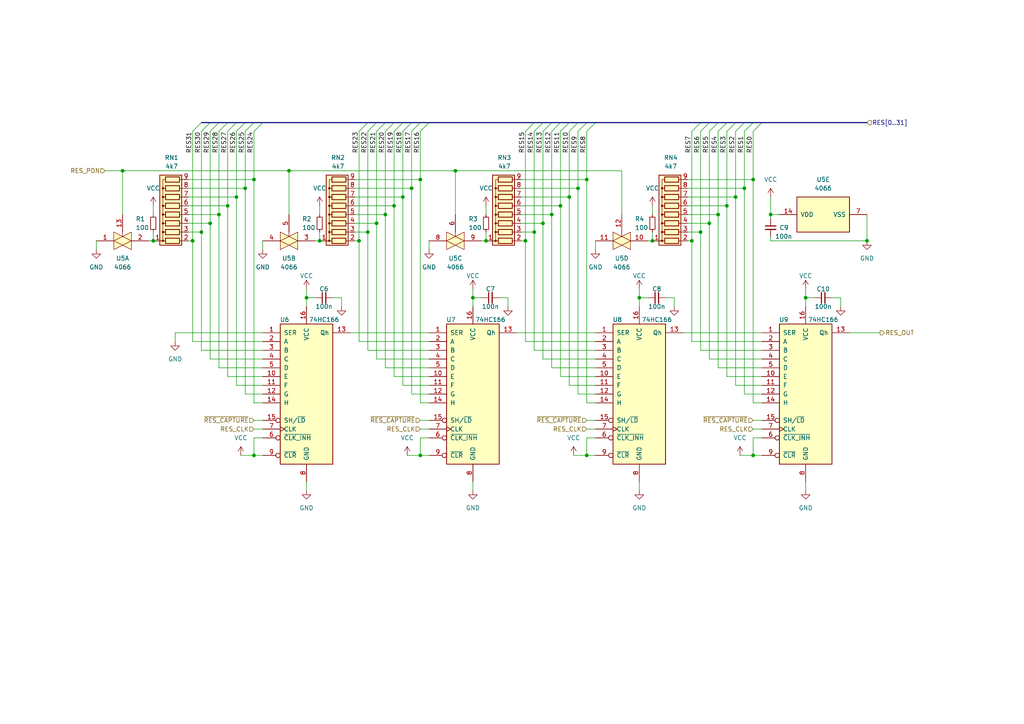
<source format=kicad_sch>
(kicad_sch (version 20211123) (generator eeschema)
  (paper "A4")
  (title_block (title "Test Result Capture Circuit") (date "2022-12-15") (rev "0") (company "Microcode.io"))
  (lib_symbols
    (symbol "4xxx:4066" (pin_names (offset 1.016))
      (property "Reference" "U" (at -7.62 8.89 0))
      (property "Value" "4066" (at -7.62 -8.89 0))
      (symbol "4066_1_0"
        (polyline (pts (xy 0 1.27) (xy 0 2.54)) (stroke (width 0.1524)))
        (polyline (pts (xy -2.54 0) (xy 2.54 2.54) (xy 2.54 -2.54) (xy -2.54 0)) (fill (type background)))
        (polyline (pts (xy -2.54 2.54) (xy 2.54 0) (xy -2.54 -2.54) (xy -2.54 2.54)) (fill (type background)))
        (pin passive line (at -7.62 0 0) (length 5.08) (name "~") (number "1"))
        (pin input line (at 0 7.62 270) (length 5.08) (name "~") (number "13"))
        (pin passive line (at 7.62 0 180) (length 5.08) (name "~") (number "2"))
      )
      (symbol "4066_2_0"
        (polyline (pts (xy 0 1.27) (xy 0 2.54)) (stroke (width 0.1524)))
        (polyline (pts (xy -2.54 0) (xy 2.54 2.54) (xy 2.54 -2.54) (xy -2.54 0)) (fill (type background)))
        (polyline (pts (xy -2.54 2.54) (xy 2.54 0) (xy -2.54 -2.54) (xy -2.54 2.54)) (fill (type background)))
        (pin passive line (at 7.62 0 180) (length 5.08) (name "~") (number "3"))
        (pin passive line (at -7.62 0 0) (length 5.08) (name "~") (number "4"))
        (pin input line (at 0 7.62 270) (length 5.08) (name "~") (number "5"))
      )
      (symbol "4066_3_0"
        (polyline (pts (xy 0 1.27) (xy 0 2.54)) (stroke (width 0.1524)))
        (polyline (pts (xy -2.54 0) (xy 2.54 2.54) (xy 2.54 -2.54) (xy -2.54 0)) (fill (type background)))
        (polyline (pts (xy -2.54 2.54) (xy 2.54 0) (xy -2.54 -2.54) (xy -2.54 2.54)) (fill (type background)))
        (pin input line (at 0 7.62 270) (length 5.08) (name "~") (number "6"))
        (pin passive line (at -7.62 0 0) (length 5.08) (name "~") (number "8"))
        (pin passive line (at 7.62 0 180) (length 5.08) (name "~") (number "9"))
      )
      (symbol "4066_4_0"
        (polyline (pts (xy 0 1.27) (xy 0 2.54)) (stroke (width 0.1524)))
        (polyline (pts (xy -2.54 0) (xy 2.54 2.54) (xy 2.54 -2.54) (xy -2.54 0)) (fill (type background)))
        (polyline (pts (xy -2.54 2.54) (xy 2.54 0) (xy -2.54 -2.54) (xy -2.54 2.54)) (fill (type background)))
        (pin passive line (at 7.62 0 180) (length 5.08) (name "~") (number "10"))
        (pin passive line (at -7.62 0 0) (length 5.08) (name "~") (number "11"))
        (pin input line (at 0 7.62 270) (length 5.08) (name "~") (number "12"))
      )
      (symbol "4066_5_0"
        (pin power_in line (at 0 12.7 270) (length 5.08) (name "VDD") (number "14"))
        (pin power_in line (at 0 -12.7 90) (length 5.08) (name "VSS") (number "7"))
      )
      (symbol "4066_5_1"
        (rectangle (start -5.08 7.62) (end 5.08 -7.62) (stroke (width 0.254)) (fill (type background)))
      )
    )
    (symbol "74xx:74LS166" (pin_names (offset 1.016))
      (property "Reference" "U?" (at -6.35 21.59 0))
      (property "Value" "74HC166" (at 5.08 21.59 0))
      (symbol "74LS166_1_0"
        (pin input line (at -12.7 17.78 0) (length 5.08) (name "SER") (number "1"))
        (pin input line (at -12.7 5.08 0) (length 5.08) (name "E") (number "10"))
        (pin input line (at -12.7 2.54 0) (length 5.08) (name "F") (number "11"))
        (pin input line (at -12.7 0 0) (length 5.08) (name "G") (number "12"))
        (pin output line (at 12.7 17.78 180) (length 5.08) (name "Qh") (number "13"))
        (pin input line (at -12.7 -2.54 0) (length 5.08) (name "H") (number "14"))
        (pin input inverted (at -12.7 -7.62 0) (length 5.08) (name "SH/~{LD}") (number "15"))
        (pin power_in line (at 0 25.4 270) (length 5.08) (name "VCC") (number "16"))
        (pin input line (at -12.7 15.24 0) (length 5.08) (name "A") (number "2"))
        (pin input line (at -12.7 12.7 0) (length 5.08) (name "B") (number "3"))
        (pin input line (at -12.7 10.16 0) (length 5.08) (name "C") (number "4"))
        (pin input line (at -12.7 7.62 0) (length 5.08) (name "D") (number "5"))
        (pin input inverted (at -12.7 -12.7 0) (length 5.08) (name "~{CLK_INH}") (number "6"))
        (pin input clock (at -12.7 -10.16 0) (length 5.08) (name "CLK") (number "7"))
        (pin power_in line (at 0 -25.4 90) (length 5.08) (name "GND") (number "8"))
        (pin input inverted (at -12.7 -17.78 0) (length 5.08) (name "~{CLR}") (number "9"))
      )
      (symbol "74LS166_1_1"
        (rectangle (start -7.62 20.32) (end 7.62 -20.32) (stroke (width 0.254)) (fill (type background)))
      )
    )
    (symbol "Device:C_Small" (pin_numbers hide) (pin_names (offset 0.254) hide)
      (property "Reference" "C" (at 0.254 1.778 0))
      (property "Value" "C_Small" (at 0.254 -2.032 0))
      (symbol "C_Small_0_1"
        (polyline (pts (xy -1.524 -0.508) (xy 1.524 -0.508)) (stroke (width 0.3302)))
        (polyline (pts (xy -1.524 0.508) (xy 1.524 0.508)) (stroke (width 0.3048)))
      )
      (symbol "C_Small_1_1"
        (pin passive line (at 0 2.54 270) (length 2.032) (name "~") (number "1"))
        (pin passive line (at 0 -2.54 90) (length 2.032) (name "~") (number "2"))
      )
    )
    (symbol "Device:R_Network08" (pin_names (offset 0) hide)
      (property "Reference" "RN" (at -12.7 0 90))
      (property "Value" "R_Network08" (at 10.16 0 90))
      (symbol "R_Network08_0_1"
        (rectangle (start -11.43 -3.175) (end 8.89 3.175) (stroke (width 0.254)) (fill (type background)))
        (rectangle (start -10.922 1.524) (end -9.398 -2.54) (stroke (width 0.254)))
        (circle (center -10.16 2.286) (radius 0.254) (fill (type outline)))
        (rectangle (start -8.382 1.524) (end -6.858 -2.54) (stroke (width 0.254)))
        (circle (center -7.62 2.286) (radius 0.254) (fill (type outline)))
        (rectangle (start -5.842 1.524) (end -4.318 -2.54) (stroke (width 0.254)))
        (circle (center -5.08 2.286) (radius 0.254) (fill (type outline)))
        (rectangle (start -3.302 1.524) (end -1.778 -2.54) (stroke (width 0.254)))
        (circle (center -2.54 2.286) (radius 0.254) (fill (type outline)))
        (rectangle (start -0.762 1.524) (end 0.762 -2.54) (stroke (width 0.254)))
        (polyline (pts (xy -10.16 -2.54) (xy -10.16 -3.81)))
        (polyline (pts (xy -7.62 -2.54) (xy -7.62 -3.81)))
        (polyline (pts (xy -5.08 -2.54) (xy -5.08 -3.81)))
        (polyline (pts (xy -2.54 -2.54) (xy -2.54 -3.81)))
        (polyline (pts (xy 0 -2.54) (xy 0 -3.81)))
        (polyline (pts (xy 2.54 -2.54) (xy 2.54 -3.81)))
        (polyline (pts (xy 5.08 -2.54) (xy 5.08 -3.81)))
        (polyline (pts (xy 7.62 -2.54) (xy 7.62 -3.81)))
        (polyline (pts (xy -10.16 1.524) (xy -10.16 2.286) (xy -7.62 2.286) (xy -7.62 1.524)))
        (polyline (pts (xy -7.62 1.524) (xy -7.62 2.286) (xy -5.08 2.286) (xy -5.08 1.524)))
        (polyline (pts (xy -5.08 1.524) (xy -5.08 2.286) (xy -2.54 2.286) (xy -2.54 1.524)))
        (polyline (pts (xy -2.54 1.524) (xy -2.54 2.286) (xy 0 2.286) (xy 0 1.524)))
        (polyline (pts (xy 0 1.524) (xy 0 2.286) (xy 2.54 2.286) (xy 2.54 1.524)))
        (polyline (pts (xy 2.54 1.524) (xy 2.54 2.286) (xy 5.08 2.286) (xy 5.08 1.524)))
        (polyline (pts (xy 5.08 1.524) (xy 5.08 2.286) (xy 7.62 2.286) (xy 7.62 1.524)))
        (circle (center 0 2.286) (radius 0.254) (fill (type outline)))
        (rectangle (start 1.778 1.524) (end 3.302 -2.54) (stroke (width 0.254)))
        (circle (center 2.54 2.286) (radius 0.254) (fill (type outline)))
        (rectangle (start 4.318 1.524) (end 5.842 -2.54) (stroke (width 0.254)))
        (circle (center 5.08 2.286) (radius 0.254) (fill (type outline)))
        (rectangle (start 6.858 1.524) (end 8.382 -2.54) (stroke (width 0.254)))
      )
      (symbol "R_Network08_1_1"
        (pin passive line (at -10.16 5.08 270) (length 2.54) (name "common") (number "1"))
        (pin passive line (at -10.16 -5.08 90) (length 1.27) (name "R1") (number "2"))
        (pin passive line (at -7.62 -5.08 90) (length 1.27) (name "R2") (number "3"))
        (pin passive line (at -5.08 -5.08 90) (length 1.27) (name "R3") (number "4"))
        (pin passive line (at -2.54 -5.08 90) (length 1.27) (name "R4") (number "5"))
        (pin passive line (at 0 -5.08 90) (length 1.27) (name "R5") (number "6"))
        (pin passive line (at 2.54 -5.08 90) (length 1.27) (name "R6") (number "7"))
        (pin passive line (at 5.08 -5.08 90) (length 1.27) (name "R7") (number "8"))
        (pin passive line (at 7.62 -5.08 90) (length 1.27) (name "R8") (number "9"))
      )
    )
    (symbol "Device:R_Small" (pin_numbers hide) (pin_names (offset 0.254) hide)
      (property "Reference" "R" (at 0.762 0.508 0))
      (property "Value" "R_Small" (at 0.762 -1.016 0))
      (symbol "R_Small_0_1"
        (rectangle (start -0.762 1.778) (end 0.762 -1.778) (stroke (width 0.2032)))
      )
      (symbol "R_Small_1_1"
        (pin passive line (at 0 2.54 270) (length 0.762) (name "~") (number "1"))
        (pin passive line (at 0 -2.54 90) (length 0.762) (name "~") (number "2"))
      )
    )
    (symbol "power:GND" (power) (pin_names (offset 0))
      (property "Value" "GND" (at 0 -3.81 0))
      (symbol "GND_0_1"
        (polyline (pts (xy 0 0) (xy 0 -1.27) (xy 1.27 -1.27) (xy 0 -2.54) (xy -1.27 -1.27) (xy 0 -1.27)))
      )
      (symbol "GND_1_1"
        (pin power_in line (at 0 0 270) (length 0) hide (name "GND") (number "1"))
      )
    )
    (symbol "power:VCC" (power) (pin_names (offset 0))
      (property "Value" "VCC" (at 0 3.81 0))
      (symbol "VCC_0_1"
        (polyline (pts (xy -0.762 1.27) (xy 0 2.54)))
        (polyline (pts (xy 0 0) (xy 0 2.54)))
        (polyline (pts (xy 0 2.54) (xy 0.762 1.27)))
      )
      (symbol "VCC_1_1"
        (pin power_in line (at 0 0 90) (length 0) hide (name "VCC") (number "1"))
      )
    )
  )
  (junction (at 210.82 59.69))
  (junction (at 203.2 67.31))
  (junction (at 160.02 62.23))
  (junction (at 88.9 86.36))
  (junction (at 63.5 62.23))
  (junction (at 189.23 69.85))
  (junction (at 111.76 62.23))
  (junction (at 200.66 69.85))
  (junction (at 233.68 86.36))
  (junction (at 83.82 49.53))
  (junction (at 109.22 64.77))
  (junction (at 44.45 69.85))
  (junction (at 218.44 132.08))
  (junction (at 114.3 59.69))
  (junction (at 106.68 67.31))
  (junction (at 104.14 69.85))
  (junction (at 170.18 132.08))
  (junction (at 137.16 86.36))
  (junction (at 60.96 64.77))
  (junction (at 35.56 49.53))
  (junction (at 68.58 57.15))
  (junction (at 223.52 62.23))
  (junction (at 165.1 57.15))
  (junction (at 218.44 52.07))
  (junction (at 205.74 64.77))
  (junction (at 162.56 59.69))
  (junction (at 140.97 69.85))
  (junction (at 185.42 86.36))
  (junction (at 119.38 54.61))
  (junction (at 208.28 62.23))
  (junction (at 73.66 132.08))
  (junction (at 116.84 57.15))
  (junction (at 154.94 67.31))
  (junction (at 167.64 54.61))
  (junction (at 215.9 54.61))
  (junction (at 251.46 69.85))
  (junction (at 92.71 69.85))
  (junction (at 157.48 64.77))
  (junction (at 121.92 52.07))
  (junction (at 55.88 69.85))
  (junction (at 213.36 57.15))
  (junction (at 66.04 59.69))
  (junction (at 170.18 52.07))
  (junction (at 152.4 69.85))
  (junction (at 121.92 132.08))
  (junction (at 58.42 67.31))
  (junction (at 73.66 52.07))
  (junction (at 71.12 54.61))
  (junction (at 132.08 49.53))
  (bus_entry (at 165.1 38.1) (size 2.54 -2.54))
  (bus_entry (at 73.66 38.1) (size 2.54 -2.54))
  (bus_entry (at 114.3 38.1) (size 2.54 -2.54))
  (bus_entry (at 55.88 38.1) (size 2.54 -2.54))
  (bus_entry (at 109.22 38.1) (size 2.54 -2.54))
  (bus_entry (at 218.44 38.1) (size 2.54 -2.54))
  (bus_entry (at 157.48 38.1) (size 2.54 -2.54))
  (bus_entry (at 200.66 38.1) (size 2.54 -2.54))
  (bus_entry (at 63.5 38.1) (size 2.54 -2.54))
  (bus_entry (at 119.38 38.1) (size 2.54 -2.54))
  (bus_entry (at 170.18 38.1) (size 2.54 -2.54))
  (bus_entry (at 66.04 38.1) (size 2.54 -2.54))
  (bus_entry (at 152.4 38.1) (size 2.54 -2.54))
  (bus_entry (at 111.76 38.1) (size 2.54 -2.54))
  (bus_entry (at 205.74 38.1) (size 2.54 -2.54))
  (bus_entry (at 116.84 38.1) (size 2.54 -2.54))
  (bus_entry (at 68.58 38.1) (size 2.54 -2.54))
  (bus_entry (at 121.92 38.1) (size 2.54 -2.54))
  (bus_entry (at 162.56 38.1) (size 2.54 -2.54))
  (bus_entry (at 104.14 38.1) (size 2.54 -2.54))
  (bus_entry (at 58.42 38.1) (size 2.54 -2.54))
  (bus_entry (at 60.96 38.1) (size 2.54 -2.54))
  (bus_entry (at 160.02 38.1) (size 2.54 -2.54))
  (bus_entry (at 210.82 38.1) (size 2.54 -2.54))
  (bus_entry (at 71.12 38.1) (size 2.54 -2.54))
  (bus_entry (at 213.36 38.1) (size 2.54 -2.54))
  (bus_entry (at 208.28 38.1) (size 2.54 -2.54))
  (bus_entry (at 215.9 38.1) (size 2.54 -2.54))
  (bus_entry (at 167.64 38.1) (size 2.54 -2.54))
  (bus_entry (at 154.94 38.1) (size 2.54 -2.54))
  (bus_entry (at 203.2 38.1) (size 2.54 -2.54))
  (bus_entry (at 106.68 38.1) (size 2.54 -2.54))
  (bus (pts (xy 68.58 35.56) (xy 71.12 35.56)))
  (wire (pts (xy 66.04 59.69) (xy 66.04 109.22)))
  (wire (pts (xy 60.96 64.77) (xy 60.96 104.14)))
  (wire (pts (xy 205.74 38.1) (xy 205.74 64.77)))
  (wire (pts (xy 172.72 111.76) (xy 165.1 111.76)))
  (wire (pts (xy 68.58 57.15) (xy 68.58 111.76)))
  (wire (pts (xy 121.92 132.08) (xy 124.46 132.08)))
  (wire (pts (xy 220.98 101.6) (xy 203.2 101.6)))
  (wire (pts (xy 124.46 96.52) (xy 101.6 96.52)))
  (wire (pts (xy 102.87 69.85) (xy 104.14 69.85)))
  (wire (pts (xy 218.44 121.92) (xy 220.98 121.92)))
  (wire (pts (xy 203.2 67.31) (xy 203.2 101.6)))
  (wire (pts (xy 140.97 59.69) (xy 140.97 62.23)))
  (wire (pts (xy 55.88 69.85) (xy 55.88 99.06)))
  (wire (pts (xy 44.45 67.31) (xy 44.45 69.85)))
  (wire (pts (xy 140.97 67.31) (xy 140.97 69.85)))
  (wire (pts (xy 54.61 64.77) (xy 60.96 64.77)))
  (wire (pts (xy 114.3 38.1) (xy 114.3 59.69)))
  (bus (pts (xy 210.82 35.56) (xy 213.36 35.56)))
  (wire (pts (xy 124.46 111.76) (xy 116.84 111.76)))
  (wire (pts (xy 30.48 49.53) (xy 35.56 49.53)))
  (bus (pts (xy 60.96 35.56) (xy 63.5 35.56)))
  (wire (pts (xy 118.11 132.08) (xy 121.92 132.08)))
  (wire (pts (xy 185.42 86.36) (xy 187.96 86.36)))
  (wire (pts (xy 172.72 99.06) (xy 152.4 99.06)))
  (wire (pts (xy 83.82 49.53) (xy 83.82 62.23)))
  (wire (pts (xy 88.9 86.36) (xy 91.44 86.36)))
  (bus (pts (xy 63.5 35.56) (xy 66.04 35.56)))
  (wire (pts (xy 220.98 104.14) (xy 205.74 104.14)))
  (wire (pts (xy 76.2 114.3) (xy 71.12 114.3)))
  (wire (pts (xy 55.88 38.1) (xy 55.88 69.85)))
  (wire (pts (xy 167.64 54.61) (xy 167.64 114.3)))
  (wire (pts (xy 119.38 38.1) (xy 119.38 54.61)))
  (wire (pts (xy 214.63 132.08) (xy 218.44 132.08)))
  (wire (pts (xy 102.87 67.31) (xy 106.68 67.31)))
  (wire (pts (xy 172.72 101.6) (xy 154.94 101.6)))
  (wire (pts (xy 132.08 49.53) (xy 180.34 49.53)))
  (wire (pts (xy 172.72 127) (xy 170.18 127)))
  (wire (pts (xy 220.98 96.52) (xy 198.12 96.52)))
  (bus (pts (xy 109.22 35.56) (xy 111.76 35.56)))
  (wire (pts (xy 76.2 106.68) (xy 63.5 106.68)))
  (wire (pts (xy 208.28 62.23) (xy 208.28 106.68)))
  (wire (pts (xy 91.44 69.85) (xy 92.71 69.85)))
  (wire (pts (xy 200.66 69.85) (xy 200.66 99.06)))
  (bus (pts (xy 162.56 35.56) (xy 165.1 35.56)))
  (bus (pts (xy 116.84 35.56) (xy 119.38 35.56)))
  (wire (pts (xy 124.46 104.14) (xy 109.22 104.14)))
  (wire (pts (xy 44.45 59.69) (xy 44.45 62.23)))
  (wire (pts (xy 223.52 62.23) (xy 223.52 63.5)))
  (wire (pts (xy 151.13 69.85) (xy 152.4 69.85)))
  (wire (pts (xy 88.9 83.82) (xy 88.9 86.36)))
  (wire (pts (xy 111.76 62.23) (xy 111.76 106.68)))
  (wire (pts (xy 73.66 121.92) (xy 76.2 121.92)))
  (wire (pts (xy 76.2 104.14) (xy 60.96 104.14)))
  (wire (pts (xy 189.23 59.69) (xy 189.23 62.23)))
  (bus (pts (xy 165.1 35.56) (xy 167.64 35.56)))
  (wire (pts (xy 54.61 54.61) (xy 71.12 54.61)))
  (wire (pts (xy 116.84 57.15) (xy 116.84 111.76)))
  (wire (pts (xy 199.39 62.23) (xy 208.28 62.23)))
  (wire (pts (xy 151.13 59.69) (xy 162.56 59.69)))
  (wire (pts (xy 185.42 139.7) (xy 185.42 142.24)))
  (wire (pts (xy 54.61 67.31) (xy 58.42 67.31)))
  (wire (pts (xy 124.46 109.22) (xy 114.3 109.22)))
  (wire (pts (xy 185.42 86.36) (xy 185.42 88.9)))
  (wire (pts (xy 124.46 127) (xy 121.92 127)))
  (bus (pts (xy 167.64 35.56) (xy 170.18 35.56)))
  (wire (pts (xy 27.94 69.85) (xy 27.94 72.39)))
  (wire (pts (xy 170.18 124.46) (xy 172.72 124.46)))
  (wire (pts (xy 121.92 52.07) (xy 121.92 116.84)))
  (bus (pts (xy 172.72 35.56) (xy 203.2 35.56)))
  (wire (pts (xy 54.61 59.69) (xy 66.04 59.69)))
  (wire (pts (xy 73.66 124.46) (xy 76.2 124.46)))
  (wire (pts (xy 233.68 139.7) (xy 233.68 142.24)))
  (wire (pts (xy 92.71 59.69) (xy 92.71 62.23)))
  (bus (pts (xy 213.36 35.56) (xy 215.9 35.56)))
  (wire (pts (xy 251.46 62.23) (xy 251.46 69.85)))
  (wire (pts (xy 170.18 121.92) (xy 172.72 121.92)))
  (wire (pts (xy 69.85 132.08) (xy 73.66 132.08)))
  (wire (pts (xy 215.9 54.61) (xy 215.9 114.3)))
  (bus (pts (xy 208.28 35.56) (xy 210.82 35.56)))
  (wire (pts (xy 233.68 83.82) (xy 233.68 86.36)))
  (wire (pts (xy 76.2 96.52) (xy 50.8 96.52)))
  (wire (pts (xy 140.97 69.85) (xy 143.51 69.85)))
  (wire (pts (xy 210.82 59.69) (xy 210.82 109.22)))
  (wire (pts (xy 205.74 64.77) (xy 205.74 104.14)))
  (wire (pts (xy 220.98 114.3) (xy 215.9 114.3)))
  (wire (pts (xy 189.23 69.85) (xy 191.77 69.85)))
  (wire (pts (xy 76.2 99.06) (xy 55.88 99.06)))
  (wire (pts (xy 73.66 127) (xy 73.66 132.08)))
  (wire (pts (xy 76.2 127) (xy 73.66 127)))
  (wire (pts (xy 54.61 52.07) (xy 73.66 52.07)))
  (bus (pts (xy 157.48 35.56) (xy 160.02 35.56)))
  (bus (pts (xy 124.46 35.56) (xy 154.94 35.56)))
  (bus (pts (xy 106.68 35.56) (xy 109.22 35.56)))
  (wire (pts (xy 121.92 38.1) (xy 121.92 52.07)))
  (wire (pts (xy 243.84 86.36) (xy 243.84 88.9)))
  (wire (pts (xy 35.56 49.53) (xy 35.56 62.23)))
  (wire (pts (xy 165.1 38.1) (xy 165.1 57.15)))
  (wire (pts (xy 220.98 99.06) (xy 200.66 99.06)))
  (bus (pts (xy 114.3 35.56) (xy 116.84 35.56)))
  (wire (pts (xy 220.98 111.76) (xy 213.36 111.76)))
  (wire (pts (xy 137.16 83.82) (xy 137.16 86.36)))
  (wire (pts (xy 106.68 67.31) (xy 106.68 101.6)))
  (bus (pts (xy 76.2 35.56) (xy 106.68 35.56)))
  (wire (pts (xy 124.46 101.6) (xy 106.68 101.6)))
  (wire (pts (xy 102.87 57.15) (xy 116.84 57.15)))
  (wire (pts (xy 43.18 69.85) (xy 44.45 69.85)))
  (wire (pts (xy 200.66 38.1) (xy 200.66 69.85)))
  (wire (pts (xy 157.48 64.77) (xy 157.48 104.14)))
  (wire (pts (xy 63.5 62.23) (xy 63.5 106.68)))
  (wire (pts (xy 119.38 54.61) (xy 119.38 114.3)))
  (wire (pts (xy 151.13 52.07) (xy 170.18 52.07)))
  (wire (pts (xy 199.39 57.15) (xy 213.36 57.15)))
  (wire (pts (xy 172.72 106.68) (xy 160.02 106.68)))
  (wire (pts (xy 152.4 38.1) (xy 152.4 69.85)))
  (wire (pts (xy 223.52 69.85) (xy 251.46 69.85)))
  (wire (pts (xy 104.14 38.1) (xy 104.14 69.85)))
  (wire (pts (xy 66.04 38.1) (xy 66.04 59.69)))
  (wire (pts (xy 73.66 38.1) (xy 73.66 52.07)))
  (wire (pts (xy 121.92 121.92) (xy 124.46 121.92)))
  (wire (pts (xy 137.16 86.36) (xy 137.16 88.9)))
  (wire (pts (xy 246.38 96.52) (xy 255.27 96.52)))
  (wire (pts (xy 233.68 86.36) (xy 236.22 86.36)))
  (wire (pts (xy 102.87 59.69) (xy 114.3 59.69)))
  (wire (pts (xy 199.39 64.77) (xy 205.74 64.77)))
  (bus (pts (xy 215.9 35.56) (xy 218.44 35.56)))
  (wire (pts (xy 76.2 109.22) (xy 66.04 109.22)))
  (wire (pts (xy 68.58 38.1) (xy 68.58 57.15)))
  (wire (pts (xy 154.94 38.1) (xy 154.94 67.31)))
  (wire (pts (xy 76.2 101.6) (xy 58.42 101.6)))
  (wire (pts (xy 199.39 67.31) (xy 203.2 67.31)))
  (wire (pts (xy 218.44 52.07) (xy 218.44 116.84)))
  (wire (pts (xy 124.46 114.3) (xy 119.38 114.3)))
  (wire (pts (xy 154.94 67.31) (xy 154.94 101.6)))
  (bus (pts (xy 160.02 35.56) (xy 162.56 35.56)))
  (wire (pts (xy 218.44 132.08) (xy 220.98 132.08)))
  (wire (pts (xy 170.18 132.08) (xy 172.72 132.08)))
  (wire (pts (xy 76.2 69.85) (xy 76.2 72.39)))
  (wire (pts (xy 218.44 124.46) (xy 220.98 124.46)))
  (wire (pts (xy 88.9 86.36) (xy 88.9 88.9)))
  (wire (pts (xy 137.16 139.7) (xy 137.16 142.24)))
  (wire (pts (xy 35.56 49.53) (xy 83.82 49.53)))
  (bus (pts (xy 119.38 35.56) (xy 121.92 35.56)))
  (wire (pts (xy 167.64 38.1) (xy 167.64 54.61)))
  (wire (pts (xy 151.13 64.77) (xy 157.48 64.77)))
  (wire (pts (xy 213.36 57.15) (xy 213.36 111.76)))
  (wire (pts (xy 114.3 59.69) (xy 114.3 109.22)))
  (wire (pts (xy 199.39 59.69) (xy 210.82 59.69)))
  (wire (pts (xy 124.46 116.84) (xy 121.92 116.84)))
  (wire (pts (xy 116.84 38.1) (xy 116.84 57.15)))
  (wire (pts (xy 54.61 57.15) (xy 68.58 57.15)))
  (wire (pts (xy 172.72 104.14) (xy 157.48 104.14)))
  (wire (pts (xy 58.42 67.31) (xy 58.42 101.6)))
  (bus (pts (xy 58.42 35.56) (xy 60.96 35.56)))
  (bus (pts (xy 205.74 35.56) (xy 208.28 35.56)))
  (wire (pts (xy 162.56 59.69) (xy 162.56 109.22)))
  (wire (pts (xy 73.66 132.08) (xy 76.2 132.08)))
  (wire (pts (xy 172.72 109.22) (xy 162.56 109.22)))
  (wire (pts (xy 193.04 86.36) (xy 195.58 86.36)))
  (wire (pts (xy 137.16 86.36) (xy 139.7 86.36)))
  (wire (pts (xy 172.72 114.3) (xy 167.64 114.3)))
  (wire (pts (xy 157.48 38.1) (xy 157.48 64.77)))
  (wire (pts (xy 102.87 62.23) (xy 111.76 62.23)))
  (wire (pts (xy 147.32 86.36) (xy 147.32 88.9)))
  (wire (pts (xy 213.36 38.1) (xy 213.36 57.15)))
  (wire (pts (xy 102.87 64.77) (xy 109.22 64.77)))
  (wire (pts (xy 170.18 127) (xy 170.18 132.08)))
  (bus (pts (xy 73.66 35.56) (xy 76.2 35.56)))
  (wire (pts (xy 121.92 127) (xy 121.92 132.08)))
  (wire (pts (xy 54.61 69.85) (xy 55.88 69.85)))
  (wire (pts (xy 151.13 54.61) (xy 167.64 54.61)))
  (wire (pts (xy 233.68 86.36) (xy 233.68 88.9)))
  (wire (pts (xy 160.02 38.1) (xy 160.02 62.23)))
  (wire (pts (xy 220.98 106.68) (xy 208.28 106.68)))
  (wire (pts (xy 165.1 57.15) (xy 165.1 111.76)))
  (wire (pts (xy 203.2 38.1) (xy 203.2 67.31)))
  (wire (pts (xy 172.72 69.85) (xy 172.72 72.39)))
  (wire (pts (xy 73.66 52.07) (xy 73.66 116.84)))
  (wire (pts (xy 44.45 69.85) (xy 46.99 69.85)))
  (wire (pts (xy 199.39 69.85) (xy 200.66 69.85)))
  (bus (pts (xy 203.2 35.56) (xy 205.74 35.56)))
  (wire (pts (xy 144.78 86.36) (xy 147.32 86.36)))
  (wire (pts (xy 220.98 116.84) (xy 218.44 116.84)))
  (wire (pts (xy 124.46 69.85) (xy 124.46 72.39)))
  (wire (pts (xy 54.61 62.23) (xy 63.5 62.23)))
  (wire (pts (xy 124.46 99.06) (xy 104.14 99.06)))
  (wire (pts (xy 92.71 69.85) (xy 95.25 69.85)))
  (wire (pts (xy 104.14 69.85) (xy 104.14 99.06)))
  (bus (pts (xy 154.94 35.56) (xy 157.48 35.56)))
  (bus (pts (xy 121.92 35.56) (xy 124.46 35.56)))
  (wire (pts (xy 102.87 54.61) (xy 119.38 54.61)))
  (wire (pts (xy 199.39 52.07) (xy 218.44 52.07)))
  (wire (pts (xy 99.06 86.36) (xy 99.06 88.9)))
  (wire (pts (xy 199.39 54.61) (xy 215.9 54.61)))
  (wire (pts (xy 63.5 38.1) (xy 63.5 62.23)))
  (bus (pts (xy 111.76 35.56) (xy 114.3 35.56)))
  (wire (pts (xy 106.68 38.1) (xy 106.68 67.31)))
  (bus (pts (xy 71.12 35.56) (xy 73.66 35.56)))
  (wire (pts (xy 162.56 38.1) (xy 162.56 59.69)))
  (wire (pts (xy 223.52 57.15) (xy 223.52 62.23)))
  (wire (pts (xy 102.87 52.07) (xy 121.92 52.07)))
  (wire (pts (xy 185.42 83.82) (xy 185.42 86.36)))
  (wire (pts (xy 160.02 62.23) (xy 160.02 106.68)))
  (bus (pts (xy 170.18 35.56) (xy 172.72 35.56)))
  (wire (pts (xy 50.8 96.52) (xy 50.8 99.06)))
  (wire (pts (xy 210.82 38.1) (xy 210.82 59.69)))
  (wire (pts (xy 218.44 38.1) (xy 218.44 52.07)))
  (wire (pts (xy 151.13 62.23) (xy 160.02 62.23)))
  (wire (pts (xy 223.52 62.23) (xy 226.06 62.23)))
  (bus (pts (xy 66.04 35.56) (xy 68.58 35.56)))
  (wire (pts (xy 170.18 52.07) (xy 170.18 116.84)))
  (wire (pts (xy 109.22 38.1) (xy 109.22 64.77)))
  (wire (pts (xy 124.46 106.68) (xy 111.76 106.68)))
  (wire (pts (xy 109.22 64.77) (xy 109.22 104.14)))
  (wire (pts (xy 215.9 38.1) (xy 215.9 54.61)))
  (wire (pts (xy 76.2 116.84) (xy 73.66 116.84)))
  (wire (pts (xy 139.7 69.85) (xy 140.97 69.85)))
  (bus (pts (xy 218.44 35.56) (xy 220.98 35.56)))
  (wire (pts (xy 220.98 127) (xy 218.44 127)))
  (wire (pts (xy 195.58 86.36) (xy 195.58 88.9)))
  (wire (pts (xy 172.72 116.84) (xy 170.18 116.84)))
  (bus (pts (xy 220.98 35.56) (xy 251.46 35.56)))
  (wire (pts (xy 76.2 111.76) (xy 68.58 111.76)))
  (wire (pts (xy 111.76 38.1) (xy 111.76 62.23)))
  (wire (pts (xy 151.13 67.31) (xy 154.94 67.31)))
  (wire (pts (xy 187.96 69.85) (xy 189.23 69.85)))
  (wire (pts (xy 60.96 38.1) (xy 60.96 64.77)))
  (wire (pts (xy 220.98 109.22) (xy 210.82 109.22)))
  (wire (pts (xy 92.71 67.31) (xy 92.71 69.85)))
  (wire (pts (xy 151.13 57.15) (xy 165.1 57.15)))
  (wire (pts (xy 96.52 86.36) (xy 99.06 86.36)))
  (wire (pts (xy 71.12 54.61) (xy 71.12 114.3)))
  (wire (pts (xy 83.82 49.53) (xy 132.08 49.53)))
  (wire (pts (xy 172.72 96.52) (xy 149.86 96.52)))
  (wire (pts (xy 88.9 139.7) (xy 88.9 142.24)))
  (wire (pts (xy 218.44 127) (xy 218.44 132.08)))
  (wire (pts (xy 241.3 86.36) (xy 243.84 86.36)))
  (wire (pts (xy 132.08 49.53) (xy 132.08 62.23)))
  (wire (pts (xy 170.18 38.1) (xy 170.18 52.07)))
  (wire (pts (xy 152.4 69.85) (xy 152.4 99.06)))
  (wire (pts (xy 208.28 38.1) (xy 208.28 62.23)))
  (wire (pts (xy 180.34 49.53) (xy 180.34 62.23)))
  (wire (pts (xy 166.37 132.08) (xy 170.18 132.08)))
  (wire (pts (xy 121.92 124.46) (xy 124.46 124.46)))
  (wire (pts (xy 71.12 38.1) (xy 71.12 54.61)))
  (wire (pts (xy 189.23 67.31) (xy 189.23 69.85)))
  (wire (pts (xy 58.42 38.1) (xy 58.42 67.31)))
  (wire (pts (xy 223.52 68.58) (xy 223.52 69.85)))
  (label "RES29" (at 60.96 44.45 90))
  (label "RES9" (at 167.64 44.45 90))
  (label "RES23" (at 104.14 44.45 90))
  (label "RES6" (at 203.2 44.45 90))
  (label "RES22" (at 106.68 44.45 90))
  (label "RES25" (at 71.12 44.45 90))
  (label "RES13" (at 157.48 44.45 90))
  (label "RES18" (at 116.84 44.45 90))
  (label "RES3" (at 210.82 44.45 90))
  (label "RES7" (at 200.66 44.45 90))
  (label "RES14" (at 154.94 44.45 90))
  (label "RES31" (at 55.88 44.45 90))
  (label "RES26" (at 68.58 44.45 90))
  (label "RES24" (at 73.66 44.45 90))
  (label "RES21" (at 109.22 44.45 90))
  (label "RES5" (at 205.74 44.45 90))
  (label "RES20" (at 111.76 44.45 90))
  (label "RES8" (at 170.18 44.45 90))
  (label "RES27" (at 66.04 44.45 90))
  (label "RES12" (at 160.02 44.45 90))
  (label "RES16" (at 121.92 44.45 90))
  (label "RES28" (at 63.5 44.45 90))
  (label "RES4" (at 208.28 44.45 90))
  (label "RES2" (at 213.36 44.45 90))
  (label "RES17" (at 119.38 44.45 90))
  (label "RES19" (at 114.3 44.45 90))
  (label "RES1" (at 215.9 44.45 90))
  (label "RES15" (at 152.4 44.45 90))
  (label "RES11" (at 162.56 44.45 90))
  (label "RES0" (at 218.44 44.45 90))
  (label "RES30" (at 58.42 44.45 90))
  (label "RES10" (at 165.1 44.45 90))
  (hierarchical_label "RES[0..31]" (shape input) (at 251.46 35.56 0))
  (hierarchical_label "RES_OUT" (shape output) (at 255.27 96.52 0))
  (hierarchical_label "RES_CLK" (shape input) (at 73.66 124.46 180))
  (hierarchical_label "RES_CLK" (shape input) (at 170.18 124.46 180))
  (hierarchical_label "RES_PDN" (shape input) (at 30.48 49.53 180))
  (hierarchical_label "~{RES_CAPTURE}" (shape input) (at 73.66 121.92 180))
  (hierarchical_label "~{RES_CAPTURE}" (shape input) (at 170.18 121.92 180))
  (hierarchical_label "RES_CLK" (shape input) (at 121.92 124.46 180))
  (hierarchical_label "RES_CLK" (shape input) (at 218.44 124.46 180))
  (hierarchical_label "~{RES_CAPTURE}" (shape input) (at 121.92 121.92 180))
  (hierarchical_label "~{RES_CAPTURE}" (shape input) (at 218.44 121.92 180))
  (symbol (lib_id "power:GND") (at 137.16 142.24 0) (unit 1)
    (property "Reference" "#PWR029" (effects hide))
    (property "Value" "GND" (at 137.16 147.32 0))
  )
  (symbol (lib_id "Device:C_Small") (at 93.98 86.36 90) (unit 1)
    (property "Reference" "C6" (at 93.98 83.82 90))
    (property "Value" "100n" (at 93.98 88.9 90))
    (property "Footprint" "Capacitor_SMD:C_1206_3216Metric_Pad1.33x1.80mm_HandSolder" (effects hide))
  )
  (symbol (lib_id "Device:R_Small") (at 92.71 64.77 0) (unit 1)
    (property "Reference" "R2" (at 87.63 63.5 0) (effects (justify left)))
    (property "Value" "100" (at 87.63 66.04 0) (effects (justify left)))
    (property "Footprint" "Capacitor_SMD:C_1206_3216Metric_Pad1.33x1.80mm_HandSolder" (effects hide))
  )
  (symbol (lib_id "power:VCC") (at 214.63 132.08 0) (unit 1)
    (property "Reference" "#PWR038" (effects hide))
    (property "Value" "VCC" (at 214.63 127 0))
  )
  (symbol (lib_id "power:VCC") (at 223.52 57.15 0) (unit 1)
    (property "Reference" "#PWR039" (effects hide))
    (property "Value" "VCC" (at 223.52 52.07 0))
  )
  (symbol (lib_id "power:GND") (at 147.32 88.9 0) (unit 1)
    (property "Reference" "#PWR031" (effects hide))
    (property "Value" "GND" (effects hide))
  )
  (symbol (lib_id "Device:C_Small") (at 190.5 86.36 90) (unit 1)
    (property "Reference" "C8" (at 190.5 83.82 90))
    (property "Value" "100n" (at 190.5 88.9 90))
    (property "Footprint" "Capacitor_SMD:C_1206_3216Metric_Pad1.33x1.80mm_HandSolder" (effects hide))
  )
  (symbol (lib_id "power:VCC") (at 44.45 59.69 0) (unit 1)
    (property "Reference" "#PWR018" (effects hide))
    (property "Value" "VCC" (at 44.45 54.61 0))
  )
  (symbol (lib_id "power:VCC") (at 166.37 132.08 0) (unit 1)
    (property "Reference" "#PWR032" (effects hide))
    (property "Value" "VCC" (at 166.37 127 0))
  )
  (symbol (lib_id "Device:C_Small") (at 142.24 86.36 90) (unit 1)
    (property "Reference" "C7" (at 142.24 83.82 90))
    (property "Value" "100n" (at 142.24 88.9 90))
    (property "Footprint" "Capacitor_SMD:C_1206_3216Metric_Pad1.33x1.80mm_HandSolder" (effects hide))
  )
  (symbol (lib_id "power:GND") (at 27.94 72.39 0) (unit 1)
    (property "Reference" "#PWR017" (effects hide))
    (property "Value" "GND" (at 27.94 77.47 0))
  )
  (symbol (lib_id "Device:R_Small") (at 189.23 64.77 0) (unit 1)
    (property "Reference" "R4" (at 184.15 63.5 0) (effects (justify left)))
    (property "Value" "100" (at 184.15 66.04 0) (effects (justify left)))
    (property "Footprint" "Capacitor_SMD:C_1206_3216Metric_Pad1.33x1.80mm_HandSolder" (effects hide))
  )
  (symbol (lib_id "Device:R_Small") (at 140.97 64.77 0) (unit 1)
    (property "Reference" "R3" (at 135.89 63.5 0) (effects (justify left)))
    (property "Value" "100" (at 135.89 66.04 0) (effects (justify left)))
    (property "Footprint" "Capacitor_SMD:C_1206_3216Metric_Pad1.33x1.80mm_HandSolder" (effects hide))
  )
  (symbol (lib_id "4xxx:4066") (at 238.76 62.23 90) (unit 5)
    (property "Reference" "U5" (at 238.76 52.07 90))
    (property "Value" "4066" (at 238.76 54.61 90))
    (property "Footprint" "Package_DIP:DIP-14_W7.62mm_Socket" (effects hide))
    (property "Datasheet" "http://www.ti.com/lit/ds/symlink/cd4066b.pdf" (effects hide))
  )
  (symbol (lib_id "power:GND") (at 50.8 99.06 0) (unit 1)
    (property "Reference" "#PWR019" (effects hide))
    (property "Value" "GND" (at 50.8 104.14 0))
  )
  (symbol (lib_id "power:GND") (at 233.68 142.24 0) (unit 1)
    (property "Reference" "#PWR041" (effects hide))
    (property "Value" "GND" (at 233.68 147.32 0))
  )
  (symbol (lib_id "Device:R_Network08") (at 146.05 59.69 90) (unit 1)
    (property "Reference" "RN3" (at 146.304 45.72 90))
    (property "Value" "4k7" (at 146.304 48.26 90))
    (property "Footprint" "Resistor_THT:R_Array_SIP9" (effects hide))
    (property "Datasheet" "http://www.vishay.com/docs/31509/csc.pdf" (effects hide))
  )
  (symbol (lib_id "74xx:74LS166") (at 88.9 114.3 0) (unit 1)
    (property "Reference" "U6" (at 82.55 92.71 0))
    (property "Value" "74HC166" (at 93.98 92.71 0))
    (property "Footprint" "Package_DIP:DIP-16_W7.62mm_Socket" (effects hide))
    (property "Datasheet" "https://www.ti.com/lit/ds/symlink/cd74hc166.pdf?HQS=dis-dk-null-digikeymode-dsf-pf-null-wwe&ts=1671070192502&ref_url=https%253A%252F%252Fwww.ti.com%252Fgeneral%252Fdocs%252Fsuppproductinfo.tsp%253FdistId%253D10%2526gotoUrl%253Dhttps%253A%252F%252Fwww.ti.com%252Flit%252Fgpn%252Fcd74hc166" (effects hide))
  )
  (symbol (lib_id "power:GND") (at 99.06 88.9 0) (unit 1)
    (property "Reference" "#PWR025" (effects hide))
    (property "Value" "GND" (effects hide))
  )
  (symbol (lib_id "Device:R_Network08") (at 49.53 59.69 90) (unit 1)
    (property "Reference" "RN1" (at 49.784 45.72 90))
    (property "Value" "4k7" (at 49.784 48.26 90))
    (property "Footprint" "Resistor_THT:R_Array_SIP9" (effects hide))
    (property "Datasheet" "http://www.vishay.com/docs/31509/csc.pdf" (effects hide))
  )
  (symbol (lib_id "power:VCC") (at 185.42 83.82 0) (unit 1)
    (property "Reference" "#PWR034" (effects hide))
    (property "Value" "VCC" (at 185.42 80.01 0))
  )
  (symbol (lib_id "Device:C_Small") (at 223.52 66.04 0) (unit 1)
    (property "Reference" "C9" (at 226.06 66.04 0) (effects (justify left)))
    (property "Value" "100n" (at 224.79 68.58 0) (effects (justify left)))
    (property "Footprint" "Capacitor_SMD:C_1206_3216Metric_Pad1.33x1.80mm_HandSolder" (effects hide))
  )
  (symbol (lib_id "power:VCC") (at 137.16 83.82 0) (unit 1)
    (property "Reference" "#PWR028" (effects hide))
    (property "Value" "VCC" (at 137.16 80.01 0))
  )
  (symbol (lib_id "Device:R_Network08") (at 194.31 59.69 90) (unit 1)
    (property "Reference" "RN4" (at 194.564 45.72 90))
    (property "Value" "4k7" (at 194.564 48.26 90))
    (property "Footprint" "Resistor_THT:R_Array_SIP9" (effects hide))
    (property "Datasheet" "http://www.vishay.com/docs/31509/csc.pdf" (effects hide))
  )
  (symbol (lib_id "power:GND") (at 251.46 69.85 0) (unit 1)
    (property "Reference" "#PWR043" (effects hide))
    (property "Value" "GND" (at 251.46 74.93 0))
  )
  (symbol (lib_id "74xx:74LS166") (at 233.68 114.3 0) (unit 1)
    (property "Reference" "U9" (at 227.33 92.71 0))
    (property "Value" "74HC166" (at 238.76 92.71 0))
    (property "Footprint" "Package_DIP:DIP-16_W7.62mm_Socket" (effects hide))
    (property "Datasheet" "https://www.ti.com/lit/ds/symlink/cd74hc166.pdf?HQS=dis-dk-null-digikeymode-dsf-pf-null-wwe&ts=1671070192502&ref_url=https%253A%252F%252Fwww.ti.com%252Fgeneral%252Fdocs%252Fsuppproductinfo.tsp%253FdistId%253D10%2526gotoUrl%253Dhttps%253A%252F%252Fwww.ti.com%252Flit%252Fgpn%252Fcd74hc166" (effects hide))
  )
  (symbol (lib_id "power:VCC") (at 233.68 83.82 0) (unit 1)
    (property "Reference" "#PWR040" (effects hide))
    (property "Value" "VCC" (at 233.68 80.01 0))
  )
  (symbol (lib_id "power:VCC") (at 118.11 132.08 0) (unit 1)
    (property "Reference" "#PWR026" (effects hide))
    (property "Value" "VCC" (at 118.11 127 0))
  )
  (symbol (lib_id "power:GND") (at 243.84 88.9 0) (unit 1)
    (property "Reference" "#PWR042" (effects hide))
    (property "Value" "GND" (effects hide))
  )
  (symbol (lib_id "power:GND") (at 172.72 72.39 0) (unit 1)
    (property "Reference" "#PWR033" (effects hide))
    (property "Value" "GND" (at 172.72 77.47 0))
  )
  (symbol (lib_id "power:GND") (at 185.42 142.24 0) (unit 1)
    (property "Reference" "#PWR035" (effects hide))
    (property "Value" "GND" (at 185.42 147.32 0))
  )
  (symbol (lib_id "power:GND") (at 76.2 72.39 0) (unit 1)
    (property "Reference" "#PWR021" (effects hide))
    (property "Value" "GND" (at 76.2 77.47 0))
  )
  (symbol (lib_id "power:GND") (at 195.58 88.9 0) (unit 1)
    (property "Reference" "#PWR037" (effects hide))
    (property "Value" "GND" (effects hide))
  )
  (symbol (lib_id "4xxx:4066") (at 180.34 69.85 0) (unit 4)
    (property "Reference" "U5" (at 180.34 74.93 0))
    (property "Value" "4066" (at 180.34 77.47 0))
    (property "Footprint" "Package_DIP:DIP-14_W7.62mm_Socket" (effects hide))
    (property "Datasheet" "http://www.ti.com/lit/ds/symlink/cd4066b.pdf" (effects hide))
  )
  (symbol (lib_id "power:VCC") (at 189.23 59.69 0) (unit 1)
    (property "Reference" "#PWR036" (effects hide))
    (property "Value" "VCC" (at 189.23 54.61 0))
  )
  (symbol (lib_id "74xx:74LS166") (at 185.42 114.3 0) (unit 1)
    (property "Reference" "U8" (at 179.07 92.71 0))
    (property "Value" "74HC166" (at 190.5 92.71 0))
    (property "Footprint" "Package_DIP:DIP-16_W7.62mm_Socket" (effects hide))
    (property "Datasheet" "https://www.ti.com/lit/ds/symlink/cd74hc166.pdf?HQS=dis-dk-null-digikeymode-dsf-pf-null-wwe&ts=1671070192502&ref_url=https%253A%252F%252Fwww.ti.com%252Fgeneral%252Fdocs%252Fsuppproductinfo.tsp%253FdistId%253D10%2526gotoUrl%253Dhttps%253A%252F%252Fwww.ti.com%252Flit%252Fgpn%252Fcd74hc166" (effects hide))
  )
  (symbol (lib_id "power:VCC") (at 88.9 83.82 0) (unit 1)
    (property "Reference" "#PWR022" (effects hide))
    (property "Value" "VCC" (at 88.9 80.01 0))
  )
  (symbol (lib_id "power:VCC") (at 140.97 59.69 0) (unit 1)
    (property "Reference" "#PWR030" (effects hide))
    (property "Value" "VCC" (at 140.97 54.61 0))
  )
  (symbol (lib_id "Device:R_Network08") (at 97.79 59.69 90) (unit 1)
    (property "Reference" "RN2" (at 98.044 45.72 90))
    (property "Value" "4k7" (at 98.044 48.26 90))
    (property "Footprint" "Resistor_THT:R_Array_SIP9" (effects hide))
    (property "Datasheet" "http://www.vishay.com/docs/31509/csc.pdf" (effects hide))
  )
  (symbol (lib_id "power:VCC") (at 69.85 132.08 0) (unit 1)
    (property "Reference" "#PWR020" (effects hide))
    (property "Value" "VCC" (at 69.85 127 0))
  )
  (symbol (lib_id "power:VCC") (at 92.71 59.69 0) (unit 1)
    (property "Reference" "#PWR024" (effects hide))
    (property "Value" "VCC" (at 92.71 54.61 0))
  )
  (symbol (lib_id "Device:C_Small") (at 238.76 86.36 90) (unit 1)
    (property "Reference" "C10" (at 238.76 83.82 90))
    (property "Value" "100n" (at 238.76 88.9 90))
    (property "Footprint" "Capacitor_SMD:C_1206_3216Metric_Pad1.33x1.80mm_HandSolder" (effects hide))
  )
  (symbol (lib_id "4xxx:4066") (at 132.08 69.85 0) (unit 3)
    (property "Reference" "U5" (at 132.08 74.93 0))
    (property "Value" "4066" (at 132.08 77.47 0))
    (property "Footprint" "Package_DIP:DIP-14_W7.62mm_Socket" (effects hide))
    (property "Datasheet" "http://www.ti.com/lit/ds/symlink/cd4066b.pdf" (effects hide))
  )
  (symbol (lib_id "Device:R_Small") (at 44.45 64.77 0) (unit 1)
    (property "Reference" "R1" (at 39.37 63.5 0) (effects (justify left)))
    (property "Value" "100" (at 39.37 66.04 0) (effects (justify left)))
    (property "Footprint" "Capacitor_SMD:C_1206_3216Metric_Pad1.33x1.80mm_HandSolder" (effects hide))
  )
  (symbol (lib_id "power:GND") (at 124.46 72.39 0) (unit 1)
    (property "Reference" "#PWR027" (effects hide))
    (property "Value" "GND" (at 124.46 77.47 0))
  )
  (symbol (lib_id "4xxx:4066") (at 35.56 69.85 0) (unit 1)
    (property "Reference" "U5" (at 35.56 74.93 0))
    (property "Value" "4066" (at 35.56 77.47 0))
    (property "Footprint" "Package_DIP:DIP-14_W7.62mm_Socket" (effects hide))
    (property "Datasheet" "http://www.ti.com/lit/ds/symlink/cd4066b.pdf" (effects hide))
  )
  (symbol (lib_id "74xx:74LS166") (at 137.16 114.3 0) (unit 1)
    (property "Reference" "U7" (at 130.81 92.71 0))
    (property "Value" "74HC166" (at 142.24 92.71 0))
    (property "Footprint" "Package_DIP:DIP-16_W7.62mm_Socket" (effects hide))
    (property "Datasheet" "https://www.ti.com/lit/ds/symlink/cd74hc166.pdf?HQS=dis-dk-null-digikeymode-dsf-pf-null-wwe&ts=1671070192502&ref_url=https%253A%252F%252Fwww.ti.com%252Fgeneral%252Fdocs%252Fsuppproductinfo.tsp%253FdistId%253D10%2526gotoUrl%253Dhttps%253A%252F%252Fwww.ti.com%252Flit%252Fgpn%252Fcd74hc166" (effects hide))
  )
  (symbol (lib_id "4xxx:4066") (at 83.82 69.85 0) (unit 2)
    (property "Reference" "U5" (at 83.82 74.93 0))
    (property "Value" "4066" (at 83.82 77.47 0))
    (property "Footprint" "Package_DIP:DIP-14_W7.62mm_Socket" (effects hide))
    (property "Datasheet" "http://www.ti.com/lit/ds/symlink/cd4066b.pdf" (effects hide))
  )
  (symbol (lib_id "power:GND") (at 88.9 142.24 0) (unit 1)
    (property "Reference" "#PWR023" (effects hide))
    (property "Value" "GND" (at 88.9 147.32 0))
  )
)
</source>
